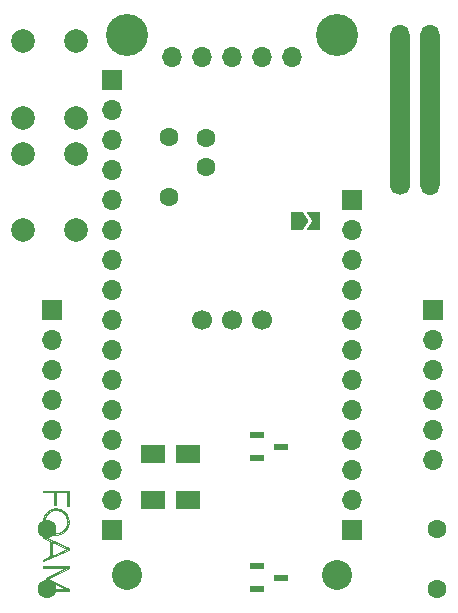
<source format=gts>
G04 #@! TF.GenerationSoftware,KiCad,Pcbnew,(7.0.0)*
G04 #@! TF.CreationDate,2023-05-02T10:20:12-04:00*
G04 #@! TF.ProjectId,Feather-F405-Bridge,46656174-6865-4722-9d46-3430352d4272,rev?*
G04 #@! TF.SameCoordinates,Original*
G04 #@! TF.FileFunction,Soldermask,Top*
G04 #@! TF.FilePolarity,Negative*
%FSLAX46Y46*%
G04 Gerber Fmt 4.6, Leading zero omitted, Abs format (unit mm)*
G04 Created by KiCad (PCBNEW (7.0.0)) date 2023-05-02 10:20:12*
%MOMM*%
%LPD*%
G01*
G04 APERTURE LIST*
G04 Aperture macros list*
%AMFreePoly0*
4,1,6,1.000000,0.000000,0.500000,-0.750000,-0.500000,-0.750000,-0.500000,0.750000,0.500000,0.750000,1.000000,0.000000,1.000000,0.000000,$1*%
%AMFreePoly1*
4,1,6,0.500000,-0.750000,-0.650000,-0.750000,-0.150000,0.000000,-0.650000,0.750000,0.500000,0.750000,0.500000,-0.750000,0.500000,-0.750000,$1*%
G04 Aperture macros list end*
%ADD10C,0.120000*%
%ADD11C,0.075726*%
%ADD12R,1.270000X0.558800*%
%ADD13C,1.600000*%
%ADD14R,1.500000X1.500000*%
%ADD15FreePoly0,0.000000*%
%ADD16FreePoly0,180.000000*%
%ADD17C,2.000000*%
%ADD18C,3.556000*%
%ADD19C,2.540000*%
%ADD20R,1.700000X1.700000*%
%ADD21O,1.700000X1.700000*%
%ADD22C,1.700000*%
%ADD23FreePoly1,0.000000*%
G04 APERTURE END LIST*
D10*
X47939000Y-163277000D02*
X49999000Y-164207000D01*
X49969000Y-164267000D02*
X48639000Y-164887000D01*
X48579000Y-164917000D02*
X48579000Y-163627000D01*
X47949000Y-165207000D02*
X48579000Y-164917000D01*
X50019433Y-161957000D02*
G75*
G03*
X50019433Y-161957000I-1040433J0D01*
G01*
D11*
X49907547Y-164239551D02*
X48633823Y-164820376D01*
X48633823Y-163664785D01*
X49907547Y-164239551D01*
X50059000Y-164171397D02*
X50059000Y-164310734D01*
X47885642Y-165304270D01*
X47885642Y-165161903D01*
X48503573Y-164878685D01*
X48503573Y-163609504D01*
X47885642Y-163330073D01*
X47885642Y-163186949D01*
X50059000Y-164171397D01*
G36*
X50059000Y-160644044D02*
G01*
X49928750Y-160644044D01*
X49928750Y-159467250D01*
X48991253Y-159467250D01*
X48991253Y-160510765D01*
X48860246Y-160510765D01*
X48860246Y-159467250D01*
X47885642Y-159467250D01*
X47885642Y-159337000D01*
X50059000Y-159337000D01*
X50059000Y-160644044D01*
G37*
X50059000Y-160644044D02*
X49928750Y-160644044D01*
X49928750Y-159467250D01*
X48991253Y-159467250D01*
X48991253Y-160510765D01*
X48860246Y-160510765D01*
X48860246Y-159467250D01*
X47885642Y-159467250D01*
X47885642Y-159337000D01*
X50059000Y-159337000D01*
X50059000Y-160644044D01*
G36*
X50059000Y-165882065D02*
G01*
X48348333Y-166758224D01*
X50059000Y-167620752D01*
X50059000Y-167800981D01*
X47885642Y-167800981D01*
X47885642Y-167676032D01*
X49875742Y-167676032D01*
X48121910Y-166782456D01*
X48121910Y-166723389D01*
X49875742Y-165826027D01*
X47885642Y-165826027D01*
X47885642Y-165701835D01*
X50059000Y-165701835D01*
X50059000Y-165882065D01*
G37*
X50059000Y-165882065D02*
X48348333Y-166758224D01*
X50059000Y-167620752D01*
X50059000Y-167800981D01*
X47885642Y-167800981D01*
X47885642Y-167676032D01*
X49875742Y-167676032D01*
X48121910Y-166782456D01*
X48121910Y-166723389D01*
X49875742Y-165826027D01*
X47885642Y-165826027D01*
X47885642Y-165701835D01*
X50059000Y-165701835D01*
X50059000Y-165882065D01*
X49027126Y-160823462D02*
X49081514Y-160828369D01*
X49135398Y-160835929D01*
X49188685Y-160846101D01*
X49241286Y-160858846D01*
X49293110Y-160874126D01*
X49344068Y-160891901D01*
X49394069Y-160912132D01*
X49443023Y-160934780D01*
X49490839Y-160959806D01*
X49537427Y-160987171D01*
X49582697Y-161016835D01*
X49626558Y-161048759D01*
X49668921Y-161082905D01*
X49709695Y-161119234D01*
X49748789Y-161157705D01*
X49785927Y-161198069D01*
X49820866Y-161240039D01*
X49853571Y-161283524D01*
X49884006Y-161328432D01*
X49912134Y-161374672D01*
X49937919Y-161422152D01*
X49961326Y-161470781D01*
X49982319Y-161520467D01*
X50000860Y-161571119D01*
X50016915Y-161622645D01*
X50030447Y-161674953D01*
X50041420Y-161727953D01*
X50049798Y-161781551D01*
X50055544Y-161835658D01*
X50058624Y-161890181D01*
X50059000Y-161945029D01*
X50058624Y-161999877D01*
X50055544Y-162054400D01*
X50049798Y-162108507D01*
X50041420Y-162162106D01*
X50030447Y-162215105D01*
X50016915Y-162267414D01*
X50000861Y-162318939D01*
X49982319Y-162369591D01*
X49961327Y-162419277D01*
X49937920Y-162467906D01*
X49912134Y-162515387D01*
X49884006Y-162561627D01*
X49853572Y-162606535D01*
X49820867Y-162650020D01*
X49785927Y-162691990D01*
X49748790Y-162732354D01*
X49709695Y-162770825D01*
X49668922Y-162807153D01*
X49626559Y-162841299D01*
X49582697Y-162873224D01*
X49537427Y-162902888D01*
X49490839Y-162930253D01*
X49443024Y-162955279D01*
X49394070Y-162977927D01*
X49344069Y-162998158D01*
X49293111Y-163015933D01*
X49241287Y-163031213D01*
X49188685Y-163043958D01*
X49135398Y-163054130D01*
X49081515Y-163061690D01*
X49027126Y-163066598D01*
X48972321Y-163068815D01*
X48915396Y-163066486D01*
X48859263Y-163061336D01*
X48803989Y-163053436D01*
X48749643Y-163042856D01*
X48696294Y-163029666D01*
X48644010Y-163013937D01*
X48592860Y-162995741D01*
X48542911Y-162975146D01*
X48494232Y-162952224D01*
X48446893Y-162927046D01*
X48400960Y-162899682D01*
X48356503Y-162870202D01*
X48313590Y-162838678D01*
X48272290Y-162805179D01*
X48232670Y-162769776D01*
X48194800Y-162732540D01*
X48158747Y-162693542D01*
X48124581Y-162652851D01*
X48092369Y-162610539D01*
X48062180Y-162566676D01*
X48034082Y-162521333D01*
X48008145Y-162474580D01*
X47984435Y-162426487D01*
X47963023Y-162377126D01*
X47943975Y-162326567D01*
X47927361Y-162274881D01*
X47913249Y-162222137D01*
X47901707Y-162168407D01*
X47892805Y-162113761D01*
X47886609Y-162058270D01*
X47883189Y-162002004D01*
X47882614Y-161945034D01*
X47883189Y-161888064D01*
X47886609Y-161831797D01*
X47892804Y-161776306D01*
X47901707Y-161721660D01*
X47913248Y-161667929D01*
X47927360Y-161615185D01*
X47943974Y-161563498D01*
X47963021Y-161512939D01*
X47984434Y-161463578D01*
X48008143Y-161415485D01*
X48034081Y-161368732D01*
X48062178Y-161323388D01*
X48092367Y-161279525D01*
X48124579Y-161237213D01*
X48158745Y-161196522D01*
X48194798Y-161157523D01*
X48232668Y-161120287D01*
X48272287Y-161084884D01*
X48313588Y-161051385D01*
X48356501Y-161019860D01*
X48400958Y-160990380D01*
X48446891Y-160963016D01*
X48494230Y-160937837D01*
X48542909Y-160914915D01*
X48592858Y-160894321D01*
X48644008Y-160876124D01*
X48696293Y-160860395D01*
X48749642Y-160847205D01*
X48803988Y-160836624D01*
X48859262Y-160828724D01*
X48915396Y-160823574D01*
X48972321Y-160821245D01*
X49027126Y-160823462D01*
X48972321Y-160954524D02*
X49022434Y-160956677D01*
X49071848Y-160961308D01*
X49120502Y-160968355D01*
X49168338Y-160977754D01*
X49215295Y-160989445D01*
X49261314Y-161003366D01*
X49306333Y-161019454D01*
X49350294Y-161037648D01*
X49393136Y-161057886D01*
X49434799Y-161080105D01*
X49475223Y-161104245D01*
X49514349Y-161130243D01*
X49552116Y-161158036D01*
X49588465Y-161187564D01*
X49623335Y-161218764D01*
X49656666Y-161251575D01*
X49688399Y-161285934D01*
X49718473Y-161321780D01*
X49746829Y-161359050D01*
X49773406Y-161397683D01*
X49798145Y-161437617D01*
X49820985Y-161478789D01*
X49841867Y-161521139D01*
X49860731Y-161564603D01*
X49877516Y-161609121D01*
X49892163Y-161654630D01*
X49904611Y-161701068D01*
X49914801Y-161748374D01*
X49922673Y-161796485D01*
X49928167Y-161845340D01*
X49931222Y-161894876D01*
X49931779Y-161945032D01*
X49931185Y-161995172D01*
X49928096Y-162044692D01*
X49922572Y-162093530D01*
X49914674Y-162141624D01*
X49904460Y-162188914D01*
X49891992Y-162235335D01*
X49877328Y-162280829D01*
X49860529Y-162325331D01*
X49841654Y-162368781D01*
X49820763Y-162411116D01*
X49797917Y-162452276D01*
X49773174Y-162492197D01*
X49746596Y-162530819D01*
X49718241Y-162568080D01*
X49688169Y-162603917D01*
X49656441Y-162638269D01*
X49623116Y-162671075D01*
X49588254Y-162702272D01*
X49551915Y-162731799D01*
X49514159Y-162759593D01*
X49475046Y-162785594D01*
X49434634Y-162809739D01*
X49392985Y-162831967D01*
X49350159Y-162852215D01*
X49306214Y-162870422D01*
X49261211Y-162886527D01*
X49215209Y-162900467D01*
X49168269Y-162912181D01*
X49120451Y-162921606D01*
X49071813Y-162928681D01*
X49022417Y-162933345D01*
X48972322Y-162935536D01*
X48922784Y-162932375D01*
X48873957Y-162926832D01*
X48825895Y-162918966D01*
X48778657Y-162908837D01*
X48732297Y-162896503D01*
X48686874Y-162882022D01*
X48642443Y-162865454D01*
X48599061Y-162846858D01*
X48556785Y-162826292D01*
X48515671Y-162803816D01*
X48475776Y-162779487D01*
X48437157Y-162753365D01*
X48399870Y-162725510D01*
X48363972Y-162695978D01*
X48329519Y-162664831D01*
X48296568Y-162632125D01*
X48265175Y-162597921D01*
X48235398Y-162562277D01*
X48207292Y-162525252D01*
X48180915Y-162486905D01*
X48156323Y-162447295D01*
X48133572Y-162406480D01*
X48112719Y-162364519D01*
X48093821Y-162321471D01*
X48076934Y-162277396D01*
X48062116Y-162232351D01*
X48049421Y-162186397D01*
X48038908Y-162139591D01*
X48030633Y-162091992D01*
X48024652Y-162043660D01*
X48021022Y-161994653D01*
X48019799Y-161945030D01*
X48021022Y-161895407D01*
X48024652Y-161846400D01*
X48030633Y-161798068D01*
X48038908Y-161750469D01*
X48049421Y-161703663D01*
X48062115Y-161657708D01*
X48076934Y-161612664D01*
X48093821Y-161568589D01*
X48112719Y-161525541D01*
X48133572Y-161483580D01*
X48156322Y-161442765D01*
X48180915Y-161403155D01*
X48207292Y-161364807D01*
X48235398Y-161327782D01*
X48265175Y-161292138D01*
X48296568Y-161257934D01*
X48329519Y-161225229D01*
X48363972Y-161194081D01*
X48399870Y-161164550D01*
X48437157Y-161136694D01*
X48475776Y-161110573D01*
X48515671Y-161086244D01*
X48556785Y-161063767D01*
X48599061Y-161043201D01*
X48642442Y-161024605D01*
X48686873Y-161008037D01*
X48732297Y-160993556D01*
X48778656Y-160981222D01*
X48825895Y-160971093D01*
X48873956Y-160963227D01*
X48922784Y-160957685D01*
X48972321Y-160954523D01*
X48972321Y-160954524D01*
G36*
X81495000Y-133477000D02*
G01*
X79795000Y-133477000D01*
X79795000Y-120777000D01*
X81495000Y-120777000D01*
X81495000Y-133477000D01*
G37*
G36*
X78955000Y-133477000D02*
G01*
X77255000Y-133477000D01*
X77255000Y-120777000D01*
X78955000Y-120777000D01*
X78955000Y-133477000D01*
G37*
D12*
X66039999Y-165740079D03*
X66039999Y-167639999D03*
X68071999Y-166690039D03*
X66039999Y-154632479D03*
X66039999Y-156532399D03*
X68071999Y-155582439D03*
D13*
X81280000Y-167640000D03*
X81280000Y-162560000D03*
X48260000Y-167640000D03*
X48260000Y-162560000D03*
D14*
X57473999Y-160146999D03*
X59873999Y-160146999D03*
D15*
X56674000Y-160147000D03*
D16*
X60674000Y-160147000D03*
D17*
X50673000Y-130787000D03*
X50673000Y-137287000D03*
X46173000Y-130787000D03*
X46173000Y-137287000D03*
D14*
X57473999Y-156209999D03*
X59873999Y-156209999D03*
D15*
X56674000Y-156210000D03*
D16*
X60674000Y-156210000D03*
D17*
X50673000Y-121262000D03*
X50673000Y-127762000D03*
X46173000Y-121262000D03*
X46173000Y-127762000D03*
D13*
X61722000Y-129453000D03*
X61722000Y-131953000D03*
D18*
X55040000Y-120740000D03*
D19*
X55040000Y-166460000D03*
D18*
X72820000Y-120740000D03*
D19*
X72820000Y-166460000D03*
D20*
X53769999Y-124549999D03*
D21*
X53769999Y-127089999D03*
X53769999Y-129629999D03*
X53769999Y-132169999D03*
X53769999Y-134709999D03*
X53769999Y-137249999D03*
X53769999Y-139789999D03*
X53769999Y-142329999D03*
X53769999Y-144869999D03*
X53769999Y-147409999D03*
X53769999Y-149949999D03*
X53769999Y-152489999D03*
X53769999Y-155029999D03*
X53769999Y-157569999D03*
X53769999Y-160109999D03*
D20*
X53769999Y-162649999D03*
X74089999Y-162649999D03*
D21*
X74089999Y-160109999D03*
X74089999Y-157569999D03*
X74089999Y-155029999D03*
X74089999Y-152489999D03*
X74089999Y-149949999D03*
X74089999Y-147409999D03*
X74089999Y-144869999D03*
X74089999Y-142329999D03*
X74089999Y-139789999D03*
X74089999Y-137249999D03*
D20*
X74089999Y-134709999D03*
D21*
X69009999Y-122644999D03*
X66469999Y-122644999D03*
X63929999Y-122644999D03*
X61389999Y-122644999D03*
X58849999Y-122644999D03*
D22*
X66470000Y-144870000D03*
X63930000Y-144870000D03*
X61390000Y-144870000D03*
D20*
X80898999Y-144017999D03*
D21*
X80898999Y-146557999D03*
X80898999Y-149097999D03*
X80898999Y-151637999D03*
X80898999Y-154177999D03*
X80898999Y-156717999D03*
D20*
X48640999Y-144017999D03*
D21*
X48640999Y-146557999D03*
X48640999Y-149097999D03*
X48640999Y-151637999D03*
X48640999Y-154177999D03*
X48640999Y-156717999D03*
D13*
X58547000Y-134488000D03*
X58547000Y-129408000D03*
D22*
X78105000Y-133477000D03*
D21*
X80644999Y-133476999D03*
X78104999Y-130936999D03*
X80644999Y-130936999D03*
X78104999Y-128396999D03*
X80644999Y-128396999D03*
X78104999Y-125856999D03*
X80644999Y-125856999D03*
X78104999Y-123316999D03*
X80644999Y-123316999D03*
X78104999Y-120776999D03*
X80644999Y-120776999D03*
D15*
X69379000Y-136525000D03*
D23*
X70829000Y-136525000D03*
M02*

</source>
